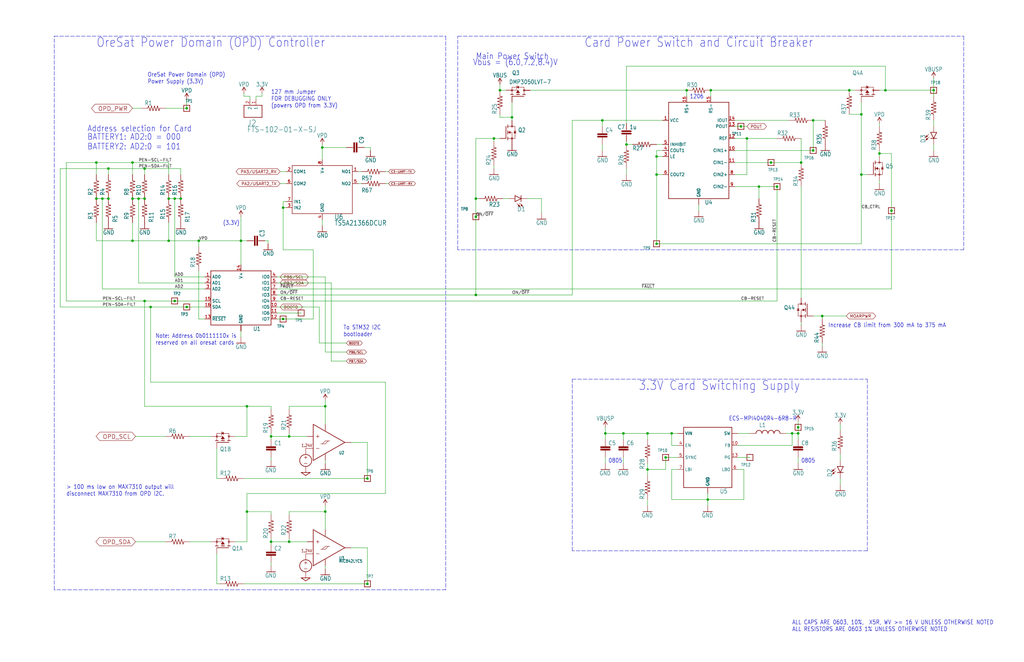
<source format=kicad_sch>
(kicad_sch (version 20211123) (generator eeschema)
  (paper "USLedger")
  (title_block (title "OreSat Battery Card") (rev "1.0"))
  (junction (at 273.05 182.88))
  (junction (at 60.96 127))
  (junction (at 337.82 68.58))
  (junction (at 276.86 73.66))
  (junction (at 45.72 71.12))
  (junction (at 342.9 50.8))
  (junction (at 73.66 83.82))
  (junction (at 373.38 38.1))
  (junction (at 215.9 49.53))
  (junction (at 200.66 83.82))
  (junction (at 40.64 83.82))
  (junction (at 358.14 38.1))
  (junction (at 137.16 215.9))
  (junction (at 314.96 58.42))
  (junction (at 334.01 182.88))
  (junction (at 370.84 64.77))
  (junction (at 280.67 193.04))
  (junction (at 363.22 48.26))
  (junction (at 200.66 124.46))
  (junction (at 76.2 83.82))
  (junction (at 208.28 58.42))
  (junction (at 58.42 83.82))
  (junction (at 119.38 87.63))
  (junction (at 121.92 228.6))
  (junction (at 375.92 88.9))
  (junction (at 55.88 101.6))
  (junction (at 327.66 78.74))
  (junction (at 55.88 83.82))
  (junction (at 254 50.8))
  (junction (at 276.86 102.87))
  (junction (at 78.74 45.72))
  (junction (at 154.94 201.93))
  (junction (at 336.55 180.34))
  (junction (at 200.66 91.44))
  (junction (at 299.72 38.1))
  (junction (at 78.74 129.54))
  (junction (at 114.3 184.15))
  (junction (at 210.82 38.1))
  (junction (at 104.14 215.9))
  (junction (at 135.89 62.23))
  (junction (at 325.12 68.58))
  (junction (at 73.66 127))
  (junction (at 71.12 101.6))
  (junction (at 298.45 210.82))
  (junction (at 71.12 83.82))
  (junction (at 83.82 101.6))
  (junction (at 336.55 182.88))
  (junction (at 346.71 133.35))
  (junction (at 393.7 38.1))
  (junction (at 154.94 246.38))
  (junction (at 276.86 66.04))
  (junction (at 289.56 38.1))
  (junction (at 114.3 228.6))
  (junction (at 137.16 171.45))
  (junction (at 264.16 60.96))
  (junction (at 121.92 184.15))
  (junction (at 43.18 83.82))
  (junction (at 283.21 182.88))
  (junction (at 119.38 134.62))
  (junction (at 45.72 83.82))
  (junction (at 320.04 78.74))
  (junction (at 60.96 83.82))
  (junction (at 312.42 53.34))
  (junction (at 255.27 182.88))
  (junction (at 60.96 71.12))
  (junction (at 55.88 68.58))
  (junction (at 342.9 63.5))
  (junction (at 101.6 101.6))
  (junction (at 40.64 68.58))
  (junction (at 262.89 182.88))
  (junction (at 363.22 73.66))
  (junction (at 104.14 171.45))
  (junction (at 273.05 198.12))
  (junction (at 63.5 129.54))
  (wire (pts (xy 104.14 215.9) (xy 104.14 208.28)))
  (wire (pts (xy 375.92 64.77) (xy 375.92 88.9)))
  (wire (pts (xy 201.93 83.82) (xy 200.66 83.82)))
  (wire (pts (xy 135.89 62.23) (xy 146.05 62.23)))
  (wire (pts (xy 363.22 102.87) (xy 276.86 102.87)))
  (wire (pts (xy 311.15 187.96) (xy 334.01 187.96)))
  (wire (pts (xy 114.3 184.15) (xy 121.92 184.15)))
  (wire (pts (xy 393.7 60.96) (xy 393.7 63.5)))
  (polyline (pts (xy 187.96 248.92) (xy 22.86 248.92)))
  (wire (pts (xy 210.82 35.56) (xy 210.82 38.1)))
  (wire (pts (xy 92.71 201.93) (xy 91.44 201.93)))
  (wire (pts (xy 212.09 83.82) (xy 214.63 83.82)))
  (wire (pts (xy 273.05 198.12) (xy 273.05 195.58)))
  (wire (pts (xy 276.86 66.04) (xy 276.86 73.66)))
  (wire (pts (xy 264.16 52.07) (xy 264.16 27.94)))
  (wire (pts (xy 147.955 186.69) (xy 154.94 186.69)))
  (wire (pts (xy 114.3 171.45) (xy 104.14 171.45)))
  (wire (pts (xy 102.87 201.93) (xy 154.94 201.93)))
  (polyline (pts (xy 187.96 15.24) (xy 187.96 248.92)))
  (wire (pts (xy 135.89 95.25) (xy 135.89 92.71)))
  (wire (pts (xy 200.66 91.44) (xy 200.66 124.46)))
  (wire (pts (xy 264.16 59.69) (xy 264.16 60.96)))
  (wire (pts (xy 104.14 171.45) (xy 60.96 171.45)))
  (wire (pts (xy 309.88 58.42) (xy 314.96 58.42)))
  (wire (pts (xy 76.2 71.12) (xy 76.2 73.66)))
  (wire (pts (xy 342.9 50.8) (xy 347.98 50.8)))
  (wire (pts (xy 121.92 182.88) (xy 121.92 184.15)))
  (wire (pts (xy 43.18 121.92) (xy 43.18 83.82)))
  (wire (pts (xy 222.25 83.82) (xy 228.346 83.82)))
  (wire (pts (xy 69.85 45.72) (xy 78.74 45.72)))
  (wire (pts (xy 60.96 83.82) (xy 58.42 83.82)))
  (wire (pts (xy 279.4 60.96) (xy 276.86 60.96)))
  (wire (pts (xy 154.94 231.14) (xy 154.94 246.38)))
  (polyline (pts (xy 365.76 232.41) (xy 241.3 232.41)))
  (wire (pts (xy 370.84 76.2) (xy 370.84 77.47)))
  (wire (pts (xy 208.28 58.42) (xy 200.66 58.42)))
  (wire (pts (xy 363.22 48.26) (xy 363.22 73.66)))
  (wire (pts (xy 105.41 40.64) (xy 105.41 41.91)))
  (wire (pts (xy 262.89 185.42) (xy 262.89 182.88)))
  (wire (pts (xy 69.85 228.6) (xy 57.15 228.6)))
  (wire (pts (xy 370.84 64.77) (xy 375.92 64.77)))
  (polyline (pts (xy 406.4 15.24) (xy 406.4 105.41)))
  (wire (pts (xy 375.92 88.9) (xy 375.92 121.92)))
  (wire (pts (xy 370.84 64.77) (xy 370.84 66.04)))
  (wire (pts (xy 102.87 39.37) (xy 102.87 40.64)))
  (wire (pts (xy 104.14 208.28) (xy 162.56 208.28)))
  (wire (pts (xy 137.16 116.84) (xy 137.16 148.59)))
  (wire (pts (xy 309.88 73.66) (xy 314.96 73.66)))
  (wire (pts (xy 25.4 129.54) (xy 25.4 71.12)))
  (wire (pts (xy 280.67 198.12) (xy 273.05 198.12)))
  (wire (pts (xy 393.7 50.8) (xy 393.7 53.34)))
  (wire (pts (xy 228.346 83.82) (xy 228.346 89.916)))
  (wire (pts (xy 104.14 228.6) (xy 99.06 228.6)))
  (wire (pts (xy 210.82 38.1) (xy 213.36 38.1)))
  (wire (pts (xy 241.3 50.8) (xy 254 50.8)))
  (wire (pts (xy 283.21 198.12) (xy 285.75 198.12)))
  (wire (pts (xy 325.12 68.58) (xy 337.82 68.58)))
  (wire (pts (xy 137.16 116.84) (xy 116.84 116.84)))
  (wire (pts (xy 91.44 201.93) (xy 91.44 189.23)))
  (wire (pts (xy 137.16 240.03) (xy 137.16 238.76)))
  (wire (pts (xy 40.64 68.58) (xy 55.88 68.58)))
  (wire (pts (xy 254 63.5) (xy 254 60.96)))
  (wire (pts (xy 114.3 238.76) (xy 114.3 237.49)))
  (wire (pts (xy 312.42 53.34) (xy 314.96 53.34)))
  (wire (pts (xy 375.92 121.92) (xy 116.84 121.92)))
  (wire (pts (xy 25.4 71.12) (xy 45.72 71.12)))
  (wire (pts (xy 86.36 134.62) (xy 83.82 134.62)))
  (wire (pts (xy 114.3 228.6) (xy 114.3 227.33)))
  (wire (pts (xy 110.49 40.64) (xy 107.95 40.64)))
  (wire (pts (xy 337.82 137.16) (xy 337.82 135.89)))
  (wire (pts (xy 294.64 88.9) (xy 294.64 86.36)))
  (wire (pts (xy 114.3 185.42) (xy 114.3 184.15)))
  (wire (pts (xy 327.66 127) (xy 327.66 78.74)))
  (polyline (pts (xy 22.86 248.92) (xy 22.86 15.24)))
  (wire (pts (xy 273.05 182.88) (xy 262.89 182.88)))
  (wire (pts (xy 314.96 73.66) (xy 314.96 58.42)))
  (wire (pts (xy 104.14 184.15) (xy 99.06 184.15)))
  (wire (pts (xy 154.94 246.38) (xy 102.87 246.38)))
  (wire (pts (xy 137.16 171.45) (xy 137.16 168.91)))
  (wire (pts (xy 151.13 72.39) (xy 152.4 72.39)))
  (wire (pts (xy 255.27 193.04) (xy 255.27 195.58)))
  (wire (pts (xy 370.84 52.07) (xy 370.84 53.34)))
  (wire (pts (xy 40.64 73.66) (xy 40.64 68.58)))
  (wire (pts (xy 55.88 73.66) (xy 55.88 68.58)))
  (wire (pts (xy 337.82 125.73) (xy 337.82 78.74)))
  (wire (pts (xy 276.86 66.04) (xy 279.4 66.04)))
  (wire (pts (xy 86.36 119.38) (xy 58.42 119.38)))
  (wire (pts (xy 327.66 78.74) (xy 320.04 78.74)))
  (wire (pts (xy 134.62 144.78) (xy 146.05 144.78)))
  (wire (pts (xy 121.92 184.15) (xy 129.54 184.15)))
  (wire (pts (xy 88.9 228.6) (xy 80.01 228.6)))
  (wire (pts (xy 101.6 101.6) (xy 104.14 101.6)))
  (wire (pts (xy 273.05 200.66) (xy 273.05 198.12)))
  (wire (pts (xy 40.64 101.6) (xy 55.88 101.6)))
  (wire (pts (xy 276.86 102.87) (xy 276.86 73.66)))
  (wire (pts (xy 92.71 246.38) (xy 91.44 246.38)))
  (wire (pts (xy 311.15 198.12) (xy 313.69 198.12)))
  (wire (pts (xy 370.84 38.1) (xy 373.38 38.1)))
  (wire (pts (xy 83.82 114.3) (xy 83.82 134.62)))
  (wire (pts (xy 215.9 49.53) (xy 215.9 43.18)))
  (wire (pts (xy 27.94 127) (xy 27.94 68.58)))
  (wire (pts (xy 299.72 40.64) (xy 299.72 38.1)))
  (wire (pts (xy 285.75 182.88) (xy 283.21 182.88)))
  (wire (pts (xy 121.92 228.6) (xy 129.54 228.6)))
  (wire (pts (xy 110.49 39.37) (xy 110.49 40.64)))
  (wire (pts (xy 137.16 195.58) (xy 137.16 194.31)))
  (wire (pts (xy 200.66 124.46) (xy 241.3 124.46)))
  (wire (pts (xy 83.82 104.14) (xy 83.82 101.6)))
  (wire (pts (xy 104.14 215.9) (xy 104.14 228.6)))
  (wire (pts (xy 135.89 62.23) (xy 135.89 67.31)))
  (wire (pts (xy 137.16 148.59) (xy 146.05 148.59)))
  (wire (pts (xy 320.04 78.74) (xy 309.88 78.74)))
  (wire (pts (xy 102.87 40.64) (xy 105.41 40.64)))
  (polyline (pts (xy 406.4 105.41) (xy 193.04 105.41)))
  (wire (pts (xy 134.62 129.54) (xy 134.62 144.78)))
  (wire (pts (xy 137.16 215.9) (xy 121.92 215.9)))
  (wire (pts (xy 373.38 38.1) (xy 393.7 38.1)))
  (wire (pts (xy 121.92 217.17) (xy 121.92 215.9)))
  (wire (pts (xy 153.67 62.23) (xy 156.21 62.23)))
  (wire (pts (xy 334.01 187.96) (xy 334.01 182.88)))
  (wire (pts (xy 162.56 72.39) (xy 163.83 72.39)))
  (wire (pts (xy 113.03 101.6) (xy 113.03 102.87)))
  (wire (pts (xy 114.3 194.31) (xy 114.3 193.04)))
  (wire (pts (xy 60.96 127) (xy 60.96 171.45)))
  (wire (pts (xy 58.42 119.38) (xy 58.42 83.82)))
  (wire (pts (xy 114.3 228.6) (xy 121.92 228.6)))
  (wire (pts (xy 63.5 129.54) (xy 78.74 129.54)))
  (wire (pts (xy 298.45 210.82) (xy 298.45 208.28)))
  (wire (pts (xy 370.84 63.5) (xy 370.84 64.77)))
  (wire (pts (xy 40.64 101.6) (xy 40.64 93.98)))
  (wire (pts (xy 88.9 184.15) (xy 80.01 184.15)))
  (wire (pts (xy 121.92 172.72) (xy 121.92 171.45)))
  (wire (pts (xy 119.38 85.09) (xy 120.65 85.09)))
  (wire (pts (xy 283.21 187.96) (xy 285.75 187.96)))
  (wire (pts (xy 162.56 77.47) (xy 163.83 77.47)))
  (wire (pts (xy 336.55 182.88) (xy 336.55 180.34)))
  (wire (pts (xy 76.2 83.82) (xy 73.66 83.82)))
  (wire (pts (xy 309.88 53.34) (xy 312.42 53.34)))
  (wire (pts (xy 45.72 83.82) (xy 43.18 83.82)))
  (wire (pts (xy 71.12 73.66) (xy 71.12 68.58)))
  (wire (pts (xy 162.56 208.28) (xy 162.56 161.29)))
  (wire (pts (xy 393.7 33.02) (xy 393.7 38.1)))
  (wire (pts (xy 255.27 185.42) (xy 255.27 182.88)))
  (wire (pts (xy 325.12 68.58) (xy 309.88 68.58)))
  (wire (pts (xy 73.66 127) (xy 86.36 127)))
  (wire (pts (xy 116.84 129.54) (xy 134.62 129.54)))
  (wire (pts (xy 114.3 228.6) (xy 114.3 229.87)))
  (wire (pts (xy 114.3 217.17) (xy 114.3 215.9)))
  (wire (pts (xy 334.01 182.88) (xy 336.55 182.88)))
  (wire (pts (xy 60.96 127) (xy 73.66 127)))
  (wire (pts (xy 283.21 182.88) (xy 273.05 182.88)))
  (wire (pts (xy 358.14 48.26) (xy 363.22 48.26)))
  (wire (pts (xy 208.28 58.42) (xy 210.82 58.42)))
  (wire (pts (xy 393.7 38.1) (xy 393.7 40.64)))
  (wire (pts (xy 363.22 73.66) (xy 363.22 102.87)))
  (wire (pts (xy 280.67 193.04) (xy 285.75 193.04)))
  (wire (pts (xy 223.52 38.1) (xy 289.56 38.1)))
  (wire (pts (xy 154.94 186.69) (xy 154.94 201.93)))
  (wire (pts (xy 73.66 116.84) (xy 73.66 83.82)))
  (wire (pts (xy 273.05 185.42) (xy 273.05 182.88)))
  (wire (pts (xy 299.72 38.1) (xy 358.14 38.1)))
  (wire (pts (xy 334.01 182.88) (xy 331.47 182.88)))
  (polyline (pts (xy 241.3 160.02) (xy 365.76 160.02)))
  (wire (pts (xy 119.38 134.62) (xy 132.08 134.62)))
  (wire (pts (xy 311.15 182.88) (xy 316.23 182.88)))
  (wire (pts (xy 346.71 146.05) (xy 346.71 144.78)))
  (wire (pts (xy 280.67 193.04) (xy 280.67 198.12)))
  (polyline (pts (xy 241.3 232.41) (xy 241.3 160.02)))
  (wire (pts (xy 137.16 215.9) (xy 137.16 213.36)))
  (wire (pts (xy 111.76 101.6) (xy 113.03 101.6)))
  (polyline (pts (xy 193.04 105.41) (xy 193.04 15.24)))
  (wire (pts (xy 25.4 129.54) (xy 63.5 129.54)))
  (wire (pts (xy 254 50.8) (xy 279.4 50.8)))
  (wire (pts (xy 63.5 129.54) (xy 63.5 161.29)))
  (wire (pts (xy 119.38 134.62) (xy 116.84 134.62)))
  (wire (pts (xy 365.76 73.66) (xy 363.22 73.66)))
  (wire (pts (xy 104.14 171.45) (xy 104.14 184.15)))
  (wire (pts (xy 162.56 161.29) (xy 63.5 161.29)))
  (wire (pts (xy 276.86 63.5) (xy 276.86 66.04)))
  (wire (pts (xy 200.66 58.42) (xy 200.66 83.82)))
  (wire (pts (xy 336.55 177.8) (xy 336.55 180.34)))
  (wire (pts (xy 200.66 83.82) (xy 200.66 91.44)))
  (wire (pts (xy 78.74 45.72) (xy 78.74 41.91)))
  (wire (pts (xy 346.71 133.35) (xy 342.9 133.35)))
  (wire (pts (xy 59.69 45.72) (xy 55.88 45.72)))
  (wire (pts (xy 139.7 152.4) (xy 146.05 152.4)))
  (wire (pts (xy 276.86 73.66) (xy 279.4 73.66)))
  (wire (pts (xy 139.7 119.38) (xy 139.7 152.4)))
  (wire (pts (xy 336.55 195.58) (xy 336.55 193.04)))
  (wire (pts (xy 311.15 193.04) (xy 316.23 193.04)))
  (wire (pts (xy 45.72 73.66) (xy 45.72 71.12)))
  (wire (pts (xy 119.38 87.63) (xy 119.38 105.41)))
  (wire (pts (xy 60.96 73.66) (xy 60.96 71.12)))
  (polyline (pts (xy 365.76 160.02) (xy 365.76 232.41)))
  (wire (pts (xy 116.84 127) (xy 327.66 127)))
  (wire (pts (xy 116.84 119.38) (xy 139.7 119.38)))
  (wire (pts (xy 210.82 48.26) (xy 210.82 49.53)))
  (wire (pts (xy 354.33 191.77) (xy 354.33 194.31)))
  (wire (pts (xy 283.21 187.96) (xy 283.21 182.88)))
  (wire (pts (xy 114.3 215.9) (xy 104.14 215.9)))
  (polyline (pts (xy 193.04 15.24) (xy 406.4 15.24)))
  (wire (pts (xy 27.94 68.58) (xy 40.64 68.58)))
  (wire (pts (xy 273.05 213.36) (xy 273.05 210.82)))
  (wire (pts (xy 298.45 213.36) (xy 298.45 210.82)))
  (wire (pts (xy 121.92 227.33) (xy 121.92 228.6)))
  (wire (pts (xy 60.96 71.12) (xy 76.2 71.12)))
  (wire (pts (xy 283.21 210.82) (xy 298.45 210.82)))
  (wire (pts (xy 71.12 101.6) (xy 71.12 93.98)))
  (wire (pts (xy 283.21 198.12) (xy 283.21 210.82)))
  (wire (pts (xy 346.71 134.62) (xy 346.71 133.35)))
  (wire (pts (xy 264.16 27.94) (xy 373.38 27.94)))
  (wire (pts (xy 358.14 38.1) (xy 360.68 38.1)))
  (wire (pts (xy 132.08 134.62) (xy 132.08 105.41)))
  (wire (pts (xy 114.3 172.72) (xy 114.3 171.45)))
  (wire (pts (xy 215.9 50.8) (xy 215.9 49.53)))
  (wire (pts (xy 71.12 101.6) (xy 83.82 101.6)))
  (wire (pts (xy 208.28 69.85) (xy 208.28 71.12)))
  (wire (pts (xy 58.42 83.82) (xy 55.88 83.82)))
  (wire (pts (xy 137.16 215.9) (xy 137.16 223.52)))
  (wire (pts (xy 342.9 63.5) (xy 342.9 50.8)))
  (wire (pts (xy 73.66 83.82) (xy 71.12 83.82)))
  (wire (pts (xy 119.38 87.63) (xy 119.38 85.09)))
  (wire (pts (xy 363.22 48.26) (xy 363.22 43.18)))
  (polyline (pts (xy 22.86 15.24) (xy 187.96 15.24)))
  (wire (pts (xy 279.4 63.5) (xy 276.86 63.5)))
  (wire (pts (xy 69.85 184.15) (xy 57.15 184.15)))
  (wire (pts (xy 320.04 83.82) (xy 320.04 78.74)))
  (wire (pts (xy 114.3 184.15) (xy 114.3 182.88)))
  (wire (pts (xy 45.72 71.12) (xy 60.96 71.12)))
  (wire (pts (xy 337.82 68.58) (xy 337.82 58.42)))
  (wire (pts (xy 255.27 182.88) (xy 255.27 180.34)))
  (wire (pts (xy 86.36 121.92) (xy 43.18 121.92)))
  (wire (pts (xy 241.3 124.46) (xy 241.3 50.8)))
  (wire (pts (xy 255.27 182.88) (xy 262.89 182.88)))
  (wire (pts (xy 132.08 105.41) (xy 119.38 105.41)))
  (wire (pts (xy 120.65 72.39) (xy 118.11 72.39)))
  (wire (pts (xy 116.84 124.46) (xy 200.66 124.46)))
  (wire (pts (xy 101.6 142.24) (xy 101.6 139.7)))
  (wire (pts (xy 354.33 179.07) (xy 354.33 181.61)))
  (wire (pts (xy 314.96 58.42) (xy 327.66 58.42)))
  (wire (pts (xy 27.94 127) (xy 60.96 127)))
  (wire (pts (xy 55.88 101.6) (xy 71.12 101.6)))
  (wire (pts (xy 313.69 210.82) (xy 298.45 210.82)))
  (wire (pts (xy 101.6 111.76) (xy 101.6 101.6)))
  (wire (pts (xy 55.88 101.6) (xy 55.88 93.98)))
  (wire (pts (xy 91.44 233.68) (xy 91.44 246.38)))
  (wire (pts (xy 313.69 198.12) (xy 313.69 210.82)))
  (wire (pts (xy 151.13 77.47) (xy 152.4 77.47)))
  (wire (pts (xy 262.89 195.58) (xy 262.89 193.04)))
  (wire (pts (xy 135.89 60.96) (xy 135.89 62.23)))
  (wire (pts (xy 354.33 201.93) (xy 354.33 204.47)))
  (wire (pts (xy 208.28 59.69) (xy 208.28 58.42)))
  (wire (pts (xy 137.16 179.07) (xy 137.16 171.45)))
  (wire (pts (xy 254 53.34) (xy 254 50.8)))
  (wire (pts (xy 137.16 171.45) (xy 121.92 171.45)))
  (wire (pts (xy 309.88 50.8) (xy 332.74 50.8)))
  (wire (pts (xy 264.16 60.96) (xy 266.7 60.96)))
  (wire (pts (xy 55.88 68.58) (xy 71.12 68.58)))
  (wire (pts (xy 309.88 63.5) (xy 342.9 63.5)))
  (wire (pts (xy 264.16 73.66) (xy 264.16 71.12)))
  (wire (pts (xy 346.71 133.35) (xy 356.87 133.35)))
  (wire (pts (xy 289.56 38.1) (xy 289.56 40.64)))
  (wire (pts (xy 86.36 116.84) (xy 73.66 116.84)))
  (wire (pts (xy 373.38 27.94) (xy 373.38 38.1)))
  (wire (pts (xy 210.82 49.53) (xy 215.9 49.53)))
  (wire (pts (xy 336.55 185.42) (xy 336.55 182.88)))
  (wire (pts (xy 43.18 83.82) (xy 40.64 83.82)))
  (wire (pts (xy 120.65 77.47) (xy 118.11 77.47)))
  (wire (pts (xy 120.65 87.63) (xy 119.38 87.63)))
  (wire (pts (xy 86.36 129.54) (xy 78.74 129.54)))
  (wire (pts (xy 101.6 101.6) (xy 101.6 91.44)))
  (wire (pts (xy 83.82 101.6) (xy 101.6 101.6)))
  (wire (pts (xy 156.21 62.23) (xy 156.21 63.5)))
  (wire (pts (xy 107.95 40.64) (xy 107.95 41.91)))
  (wire (pts (xy 116.84 132.08) (xy 127 132.08)))
  (wire (pts (xy 147.955 231.14) (xy 154.94 231.14)))
  (text "Address selection for Card" (at 36.83 55.88 180) (effects (font (size 2.54 2.159)) (justify left bottom)))
  (text "127 mm Jumper\nFOR DEBUGGING ONLY\n(powers OPD from 3.3V)" (at 114.3 45.72 0) (effects (font (size 1.778 1.5113)) (justify left bottom)))
  (text "0805" (at 256.54 195.58 180) (effects (font (size 1.778 1.5113)) (justify left bottom)))
  (text "(3.3V)" (at 93.98 95.25 180) (effects (font (size 1.778 1.5113)) (justify left bottom)))
  (text "BATTERY1: AD2:0 = 000\nBATTERY2: AD2:0 = 101" (at 36.83 63.5 180) (effects (font (size 2.54 2.159)) (justify left bottom)))
  (text "Main Power Switch" (at 200.66 25.4 180) (effects (font (size 2.54 2.159)) (justify left bottom)))
  (text "0805" (at 337.82 195.58 180) (effects (font (size 1.778 1.5113)) (justify left bottom)))
  (text "1206" (at 290.83 41.91 180) (effects (font (size 1.778 1.5113)) (justify left bottom)))
  (text "ALL CAPS ARE 0603, 10%,  X5R, WV >= 16 V UNLESS OTHERWISE NOTED\nALL RESISTORS ARE 0603 1% UNLESS OTHERWISE NOTED" (at 334.01 266.7 0) (effects (font (size 1.778 1.5113)) (justify left bottom)))
  (text "Note: Address 0b0111110x is\nreserved on all oresat cards" (at 65.532 145.796 0) (effects (font (size 1.778 1.5113)) (justify left bottom)))
  (text "OreSat Power Domain (OPD) Controller" (at 40.64 20.32 180) (effects (font (size 3.81 3.2385)) (justify left bottom)))
  (text "Card Power Switch and Circuit Breaker" (at 246.38 20.32 180) (effects (font (size 3.81 3.2385)) (justify left bottom)))
  (text "3.3V Card Switching Supply" (at 269.24 165.1 180) (effects (font (size 3.81 3.2385)) (justify left bottom)))
  (text "Increase CB limit from 300 mA to 375 mA" (at 349.25 138.43 180) (effects (font (size 1.778 1.5113)) (justify left bottom)))
  (text "OreSat Power Domain (OPD)\nPower Supply (3.3V)" (at 62.23 35.56 180) (effects (font (size 1.778 1.5113)) (justify left bottom)))
  (text "ECS-MPI4040R4-6R8-R" (at 307.34 177.8 180) (effects (font (size 1.778 1.5113)) (justify left bottom)))
  (text "Vbus = (6.0,7.2,8.4)V" (at 199.39 27.94 180) (effects (font (size 2.54 2.159)) (justify left bottom)))
  (text "To STM32 I2C\nbootloader" (at 144.78 142.24 180) (effects (font (size 1.778 1.5113)) (justify left bottom)))
  (text "> 100 ms low on MAX7310 output will\ndisconnect MAX7310 from OPD I2C." (at 27.94 209.55 0) (effects (font (size 1.778 1.5113)) (justify left bottom)))
  (label "PEN-SDA-FILT" (at 58.42 71.12 0) (effects (font (size 1.2446 1.2446))))
  (label "ON/~{OFF}" (at 118.11 124.46 0) (effects (font (size 1.2446 1.2446))))
  (label "CB-RESET" (at 312.42 127 0) (effects (font (size 1.2446 1.2446))))
  (label "~{FAULT}" (at 118.11 121.92 0) (effects (font (size 1.2446 1.2446))))
  (label "CB_CTRL" (at 363.22 88.265 0) (effects (font (size 1.2446 1.2446))))
  (label "PEN-SCL-FILT" (at 43.18 127 0) (effects (font (size 1.2446 1.2446))))
  (label "CB-RESET" (at 118.11 127 0) (effects (font (size 1.2446 1.2446))))
  (label "CB-RESET" (at 327.66 102.235 90) (effects (font (size 1.2446 1.2446))))
  (label "PEN-SDA-FILT" (at 43.18 129.54 0) (effects (font (size 1.2446 1.2446))))
  (label "AD0" (at 73.66 116.84 0) (effects (font (size 1.2446 1.2446))))
  (label "PEN-SCL-FILT" (at 58.42 68.58 0) (effects (font (size 1.2446 1.2446))))
  (label "~{FAULT}" (at 270.51 121.92 0) (effects (font (size 1.2446 1.2446))))
  (label "AD1" (at 73.66 119.38 0) (effects (font (size 1.2446 1.2446))))
  (label "VPD" (at 83.82 101.6 0) (effects (font (size 1.2446 1.2446))))
  (label "ON/~{OFF}" (at 200.66 91.44 0) (effects (font (size 1.2446 1.2446))))
  (label "AD2" (at 73.66 121.92 0) (effects (font (size 1.2446 1.2446))))
  (label "ON/~{OFF}" (at 215.9 124.46 0) (effects (font (size 1.2446 1.2446))))
  (global_label "OPD_SDA" (shape bidirectional) (at 57.15 228.6 180) (effects (font (size 1.778 1.778))) (property "Intersheet References" "${INTERSHEET_REFS}" (effects hide)))
  (global_label "C3-UART-TX" (shape bidirectional) (at 163.83 72.39 0) (effects (font (size 0.889 0.889))) (property "Intersheet References" "${INTERSHEET_REFS}" (effects hide)))
  (global_label "BOOT0" (shape bidirectional) (at 146.05 144.78 0) (effects (font (size 0.889 0.889))) (property "Intersheet References" "${INTERSHEET_REFS}" (effects hide)))
  (global_label "PB6/SCL" (shape bidirectional) (at 146.05 148.59 0) (effects (font (size 0.889 0.889))) (property "Intersheet References" "${INTERSHEET_REFS}" (effects hide)))
  (global_label "OPD_PWR" (shape bidirectional) (at 55.88 45.72 180) (effects (font (size 1.778 1.778))) (property "Intersheet References" "${INTERSHEET_REFS}" (effects hide)))
  (global_label "PB6/SCL" (shape bidirectional) (at 118.11 116.84 0) (effects (font (size 1.2446 1.2446))) (property "Intersheet References" "${INTERSHEET_REFS}" (effects hide)))
  (global_label "PA3/USART2_RX" (shape bidirectional) (at 118.11 72.39 180) (effects (font (size 1.2446 1.2446))) (property "Intersheet References" "${INTERSHEET_REFS}" (effects hide)))
  (global_label "BOOT0" (shape bidirectional) (at 118.11 129.54 0) (effects (font (size 1.2446 1.2446))) (property "Intersheet References" "${INTERSHEET_REFS}" (effects hide)))
  (global_label "OPD_SCL" (shape bidirectional) (at 57.15 184.15 180) (effects (font (size 1.778 1.778))) (property "Intersheet References" "${INTERSHEET_REFS}" (effects hide)))
  (global_label "PB7/SDA" (shape bidirectional) (at 118.11 119.38 0) (effects (font (size 1.2446 1.2446))) (property "Intersheet References" "${INTERSHEET_REFS}" (effects hide)))
  (global_label "PA2/USART2_TX" (shape bidirectional) (at 118.11 77.47 180) (effects (font (size 1.2446 1.2446))) (property "Intersheet References" "${INTERSHEET_REFS}" (effects hide)))
  (global_label "MOARPWR" (shape bidirectional) (at 356.87 133.35 0) (effects (font (size 1.2446 1.2446))) (property "Intersheet References" "${INTERSHEET_REFS}" (effects hide)))
  (global_label "C3-UART-RX" (shape bidirectional) (at 163.83 77.47 0) (effects (font (size 0.889 0.889))) (property "Intersheet References" "${INTERSHEET_REFS}" (effects hide)))
  (global_label "POUT" (shape bidirectional) (at 314.96 53.34 0) (effects (font (size 1.2446 1.2446))) (property "Intersheet References" "${INTERSHEET_REFS}" (effects hide)))
  (global_label "PB7/SDA" (shape bidirectional) (at 146.05 152.4 0) (effects (font (size 0.889 0.889))) (property "Intersheet References" "${INTERSHEET_REFS}" (effects hide)))
  (symbol (lib_id "oresat-batteries-eagle-import:C-EU0603-C-NOSILK") (at 151.13 62.23 270) (mirror x) (unit 1)
    (property "Reference" "C9" (at 151.511 60.706 0) (effects (font (size 1.778 1.5113)) (justify left bottom)))
    (property "Value" "100n" (at 146.431 60.706 0) (effects (font (size 1.778 1.5113)) (justify left bottom)))
    (property "Footprint" "oresat-footprints:0603-SMALL" (effects hide))
  )
  (symbol (lib_id "oresat-batteries-eagle-import:C-EU0603-C-NOSILK") (at 264.16 57.15 0) (mirror x) (unit 1)
    (property "Reference" "C7" (at 260.35 54.61 0) (effects (font (size 1.778 1.5113)) (justify left top)))
    (property "Value" "1u" (at 265.43 54.61 0) (effects (font (size 1.778 1.5113)) (justify left top)))
    (property "Footprint" "oresat-footprints:0603-SMALL" (effects hide))
  )
  (symbol (lib_id "OreSat-q-mosfet-DMP3050LVT-7-pch-sot23-6:MOSFET-PCH-SOT23-6") (at 365.76 40.64 90) (unit 1)
    (property "Reference" "Q4" (at 359.41 31.75 90) (effects (font (size 1.778 1.5113)) (justify right top)))
    (property "Value" "DMP3050LVT-7" (at 359.41 34.29 90) (effects (font (size 1.778 1.5113)) (justify right top)))
    (property "Footprint" "oresat-footprints:SOT23-6" (effects hide))
  )
  (symbol (lib_id "oresat-batteries-eagle-import:R-US_0603-C-NOSILK") (at 71.12 78.74 270) (unit 1)
    (property "Reference" "R14" (at 69.6214 82.55 0) (effects (font (size 1.778 1.5113)) (justify right top)))
    (property "Value" "NP" (at 69.342 77.47 0) (effects (font (size 1.778 1.5113)) (justify right top)))
    (property "Footprint" "oresat-footprints:0603-SMALL" (effects hide))
  )
  (symbol (lib_id "oresat-batteries-eagle-import:TEST-POINT-LARGE-SQUARE") (at 280.67 193.04 0) (unit 1)
    (property "Reference" "TP10" (at 277.368 190.754 0) (effects (font (size 1.27 1.0795)) (justify left bottom)))
    (property "Value" "TEST-POINT-LARGE-SQUARE" (effects hide))
    (property "Footprint" "oresat-footprints:TestPoint_Pad_1.0x1.0mm" (effects hide))
  )
  (symbol (lib_id "oresat-batteries-eagle-import:C-EU0603-C-NOSILK") (at 262.89 187.96 0) (unit 1)
    (property "Reference" "C6" (at 264.16 187.96 0) (effects (font (size 1.778 1.5113)) (justify left bottom)))
    (property "Value" "1u" (at 264.16 193.04 0) (effects (font (size 1.778 1.5113)) (justify left bottom)))
    (property "Footprint" "oresat-footprints:0603-SMALL" (effects hide))
  )
  (symbol (lib_id "oresat-batteries-eagle-import:GND") (at 298.45 215.9 0) (unit 1)
    (property "Reference" "#GND022" (effects hide))
    (property "Value" "GND" (at 295.91 218.44 0) (effects (font (size 1.778 1.5113)) (justify left bottom)))
    (property "Footprint" "oresat-batteries:" (effects hide))
  )
  (symbol (lib_id "oresat-batteries-eagle-import:TEST-POINT-LARGE-SQUARE") (at 327.66 78.74 180) (unit 1)
    (property "Reference" "TP14" (at 330.2 74.93 0) (effects (font (size 1.27 1.0795)) (justify left bottom)))
    (property "Value" "TEST-POINT-LARGE-SQUARE" (effects hide))
    (property "Footprint" "oresat-footprints:TestPoint_Pad_1.0x1.0mm" (effects hide))
  )
  (symbol (lib_id "oresat-batteries-eagle-import:VPD") (at 135.89 60.96 0) (unit 1)
    (property "Reference" "#VPD07" (effects hide))
    (property "Value" "VPD" (at 135.89 58.166 0) (effects (font (size 1.778 1.5113)) (justify bottom)))
    (property "Footprint" "oresat-batteries:" (effects hide))
  )
  (symbol (lib_id "oresat-batteries-eagle-import:GND") (at 76.2 96.52 0) (mirror y) (unit 1)
    (property "Reference" "#GND06" (effects hide))
    (property "Value" "GND" (at 78.74 99.06 0) (effects (font (size 1.778 1.5113)) (justify left bottom)))
    (property "Footprint" "oresat-batteries:" (effects hide))
  )
  (symbol (lib_id "oresat-batteries-eagle-import:C-EU0805-B-NOSILK") (at 255.27 187.96 0) (unit 1)
    (property "Reference" "C5" (at 256.54 187.96 0) (effects (font (size 1.778 1.5113)) (justify left bottom)))
    (property "Value" "10u" (at 256.54 193.04 0) (effects (font (size 1.778 1.5113)) (justify left bottom)))
    (property "Footprint" "Capacitor_SMD:C_0805_2012Metric" (effects hide))
  )
  (symbol (lib_id "oresat-batteries-eagle-import:TEST-POINT-LARGE-SQUARE") (at 276.86 102.87 0) (mirror y) (unit 1)
    (property "Reference" "TP9" (at 274.32 105.41 0) (effects (font (size 1.27 1.0795)) (justify left bottom)))
    (property "Value" "TEST-POINT-LARGE-SQUARE" (effects hide))
    (property "Footprint" "oresat-footprints:TestPoint_Pad_1.0x1.0mm" (effects hide))
  )
  (symbol (lib_id "oresat-batteries-eagle-import:GND") (at 393.7 66.04 0) (mirror y) (unit 1)
    (property "Reference" "#GND029" (effects hide))
    (property "Value" "GND" (at 396.24 68.58 0) (effects (font (size 1.778 1.5113)) (justify left bottom)))
    (property "Footprint" "oresat-batteries:" (effects hide))
  )
  (symbol (lib_id "oresat-batteries-eagle-import:R-US_0603-C-NOSILK") (at 337.82 50.8 180) (unit 1)
    (property "Reference" "R33" (at 332.74 49.53 0) (effects (font (size 1.778 1.5113)) (justify right top)))
    (property "Value" "0" (at 339.09 49.53 0) (effects (font (size 1.778 1.5113)) (justify right top)))
    (property "Footprint" "oresat-footprints:0603-SMALL" (effects hide))
  )
  (symbol (lib_id "oresat-batteries-eagle-import:LED-GREEN0603") (at 217.17 83.82 90) (unit 1)
    (property "Reference" "D1" (at 221.742 87.249 90) (effects (font (size 1.778 1.778)) (justify left bottom)))
    (property "Value" "GREEN" (at 221.742 81.915 90) (effects (font (size 1.778 1.778)) (justify left top)))
    (property "Footprint" "oresat-footprints:LED-0603" (effects hide))
  )
  (symbol (lib_id "oresat-batteries-eagle-import:R-US_0603-C-NOSILK") (at 114.3 222.25 90) (unit 1)
    (property "Reference" "R20" (at 113.03 227.33 0) (effects (font (size 1.778 1.5113)) (justify left bottom)))
    (property "Value" "330k" (at 113.03 220.98 0) (effects (font (size 1.778 1.5113)) (justify left bottom)))
    (property "Footprint" "oresat-footprints:0603-SMALL" (effects hide))
  )
  (symbol (lib_id "oresat-batteries-eagle-import:VBUSP") (at 393.7 33.02 0) (unit 1)
    (property "Reference" "#VBUSP02" (effects hide))
    (property "Value" "VBUSP" (at 393.7 30.226 0) (effects (font (size 1.778 1.5113)) (justify bottom)))
    (property "Footprint" "oresat-batteries:" (effects hide))
  )
  (symbol (lib_id "oresat-batteries-eagle-import:R-US_0603-C-NOSILK") (at 393.7 45.72 90) (unit 1)
    (property "Reference" "R39" (at 392.43 50.8 0) (effects (font (size 1.778 1.5113)) (justify left bottom)))
    (property "Value" "2.7k" (at 392.43 45.72 0) (effects (font (size 1.778 1.5113)) (justify left bottom)))
    (property "Footprint" "oresat-footprints:0603-SMALL" (effects hide))
  )
  (symbol (lib_id "oresat-batteries-eagle-import:R-US_0603-C-NOSILK") (at 210.82 43.18 90) (unit 1)
    (property "Reference" "R25" (at 209.55 48.26 0) (effects (font (size 1.778 1.5113)) (justify left bottom)))
    (property "Value" "10k" (at 209.55 41.91 0) (effects (font (size 1.778 1.5113)) (justify left bottom)))
    (property "Footprint" "oresat-footprints:0603-SMALL" (effects hide))
  )
  (symbol (lib_id "oresat-batteries-eagle-import:N-MOSFET-SOT-23-3") (at 368.3 71.12 0) (unit 1)
    (property "Reference" "Q5" (at 373.38 71.12 0) (effects (font (size 1.778 1.5113)) (justify left bottom)))
    (property "Value" "PMV45EN" (at 373.38 73.66 0) (effects (font (size 1.778 1.5113)) (justify left bottom)))
    (property "Footprint" "oresat-batteries:SOT23-3" (effects hide))
  )
  (symbol (lib_id "oresat-batteries-eagle-import:R-US_0603-C-NOSILK") (at 71.12 88.9 270) (unit 1)
    (property "Reference" "R15" (at 69.6214 92.71 0) (effects (font (size 1.778 1.5113)) (justify right top)))
    (property "Value" "NP" (at 69.342 87.63 0) (effects (font (size 1.778 1.5113)) (justify right top)))
    (property "Footprint" "oresat-footprints:0603-SMALL" (effects hide))
  )
  (symbol (lib_id "oresat-batteries-eagle-import:R-US_0603-C-NOSILK") (at 55.88 88.9 270) (unit 1)
    (property "Reference" "R9" (at 54.3814 92.71 0) (effects (font (size 1.778 1.5113)) (justify right top)))
    (property "Value" "NP" (at 54.102 87.63 0) (effects (font (size 1.778 1.5113)) (justify right top)))
    (property "Footprint" "oresat-footprints:0603-SMALL" (effects hide))
  )
  (symbol (lib_id "oresat-batteries-eagle-import:LED-GREEN0603") (at 354.33 196.85 0) (unit 1)
    (property "Reference" "D2" (at 350.901 201.422 90) (effects (font (size 1.778 1.778)) (justify left bottom)))
    (property "Value" "GREEN" (at 356.235 201.422 90) (effects (font (size 1.778 1.778)) (justify left top)))
    (property "Footprint" "oresat-footprints:LED-0603" (effects hide))
  )
  (symbol (lib_id "oresat-batteries-eagle-import:TEST-POINT-LARGE-SQUARE") (at 154.94 246.38 180) (unit 1)
    (property "Reference" "TP7" (at 157.48 242.57 0) (effects (font (size 1.27 1.0795)) (justify left bottom)))
    (property "Value" "TEST-POINT-LARGE-SQUARE" (effects hide))
    (property "Footprint" "oresat-footprints:TestPoint_Pad_1.0x1.0mm" (effects hide))
  )
  (symbol (lib_id "oresat-batteries-eagle-import:R-US_0603-C-NOSILK") (at 74.93 184.15 0) (unit 1)
    (property "Reference" "R6" (at 71.12 182.88 0) (effects (font (size 1.778 1.5113)) (justify left bottom)))
    (property "Value" "100" (at 77.47 182.88 0) (effects (font (size 1.778 1.5113)) (justify left bottom)))
    (property "Footprint" "oresat-footprints:0603-SMALL" (effects hide))
  )
  (symbol (lib_id "oresat-batteries-eagle-import:GND") (at 294.64 91.44 0) (mirror y) (unit 1)
    (property "Reference" "#GND021" (effects hide))
    (property "Value" "GND" (at 297.18 93.98 0) (effects (font (size 1.778 1.5113)) (justify left bottom)))
    (property "Footprint" "oresat-batteries:" (effects hide))
  )
  (symbol (lib_id "oresat-batteries-eagle-import:TPS6211X") (at 298.45 190.5 0) (unit 1)
    (property "Reference" "U5" (at 303.53 208.28 0) (effects (font (size 1.778 1.5113)) (justify left bottom)))
    (property "Value" "TPS62111RSA" (at 303.53 210.82 0) (effects (font (size 1.778 1.5113)) (justify left bottom)))
    (property "Footprint" "oresat-footprints:U-S-PVQFN-16" (effects hide))
  )
  (symbol (lib_id "oresat-batteries-eagle-import:3.3V") (at 354.33 179.07 0) (unit 1)
    (property "Reference" "#SUPPLY02" (effects hide))
    (property "Value" "3.3V" (at 354.33 176.276 0) (effects (font (size 1.778 1.5113)) (justify bottom)))
    (property "Footprint" "oresat-batteries:" (effects hide))
  )
  (symbol (lib_id "oresat-batteries-eagle-import:TEST-POINT-LARGE-SQUARE") (at 342.9 63.5 0) (unit 1)
    (property "Reference" "TP16" (at 339.09 67.31 0) (effects (font (size 1.27 1.0795)) (justify left bottom)))
    (property "Value" "TEST-POINT-LARGE-SQUARE" (effects hide))
    (property "Footprint" "oresat-footprints:TestPoint_Pad_1.0x1.0mm" (effects hide))
  )
  (symbol (lib_id "oresat-batteries-eagle-import:R-US_0603-C-NOSILK") (at 97.79 201.93 180) (unit 1)
    (property "Reference" "R12" (at 92.71 200.66 0) (effects (font (size 1.778 1.5113)) (justify right top)))
    (property "Value" "665k" (at 99.06 200.66 0) (effects (font (size 1.778 1.5113)) (justify right top)))
    (property "Footprint" "oresat-footprints:0603-SMALL" (effects hide))
  )
  (symbol (lib_id "oresat-batteries-eagle-import:TEST-POINT-LARGE-SQUARE") (at 154.94 201.93 180) (unit 1)
    (property "Reference" "TP6" (at 157.48 198.12 0) (effects (font (size 1.27 1.0795)) (justify left bottom)))
    (property "Value" "TEST-POINT-LARGE-SQUARE" (effects hide))
    (property "Footprint" "oresat-footprints:TestPoint_Pad_1.0x1.0mm" (effects hide))
  )
  (symbol (lib_id "oresat-batteries-eagle-import:TEST-POINT-LARGE-SQUARE") (at 119.38 134.62 0) (unit 1)
    (property "Reference" "TP4" (at 116.84 138.43 0) (effects (font (size 1.27 1.0795)) (justify left bottom)))
    (property "Value" "TEST-POINT-LARGE-SQUARE" (effects hide))
    (property "Footprint" "oresat-footprints:TestPoint_Pad_1.0x1.0mm" (effects hide))
  )
  (symbol (lib_id "oresat-batteries-eagle-import:R-US_0603-C-NOSILK") (at 83.82 109.22 90) (unit 1)
    (property "Reference" "R18" (at 82.3214 113.03 0) (effects (font (size 1.778 1.5113)) (justify left bottom)))
    (property "Value" "10k" (at 82.042 106.68 0) (effects (font (size 1.778 1.5113)) (justify left bottom)))
    (property "Footprint" "oresat-footprints:0603-SMALL" (effects hide))
  )
  (symbol (lib_id "oresat-batteries-eagle-import:LED-GREEN0603") (at 393.7 55.88 0) (unit 1)
    (property "Reference" "D3" (at 390.271 60.452 90) (effects (font (size 1.778 1.778)) (justify left bottom)))
    (property "Value" "GREEN" (at 395.605 60.452 90) (effects (font (size 1.778 1.778)) (justify left top)))
    (property "Footprint" "oresat-footprints:LED-0603" (effects hide))
  )
  (symbol (lib_id "oresat-batteries-eagle-import:3.3V") (at 110.49 39.37 0) (unit 1)
    (property "Reference" "#SUPPLY04" (effects hide))
    (property "Value" "3.3V" (at 110.49 36.576 0) (effects (font (size 1.778 1.5113)) (justify bottom)))
    (property "Footprint" "oresat-batteries:" (effects hide))
  )
  (symbol (lib_id "oresat-batteries-eagle-import:TS5A21366DCUR") (at 135.89 80.01 0) (unit 1)
    (property "Reference" "U6" (at 140.97 92.71 0) (effects (font (size 2.0828 1.7703)) (justify left bottom)))
    (property "Value" "TS5A21366DCUR" (at 140.97 95.25 0) (effects (font (size 2.0828 1.7703)) (justify left bottom)))
    (property "Footprint" "oresat-batteries:DCU0008A_N" (effects hide))
  )
  (symbol (lib_id "oresat-batteries-eagle-import:MAX4211") (at 294.64 60.96 0) (unit 1)
    (property "Reference" "U4" (at 297.18 86.36 0) (effects (font (size 1.778 1.5113)) (justify left bottom)))
    (property "Value" "MAX4211FETE" (at 297.18 88.9 0) (effects (font (size 1.778 1.5113)) (justify left bottom)))
    (property "Footprint" "oresat-batteries:QFN65P400X400X80-17T210" (effects hide))
  )
  (symbol (lib_id "oresat-batteries-eagle-import:R-US_0603-C-NOSILK") (at 157.48 72.39 0) (unit 1)
    (property "Reference" "R57" (at 152.4 76.2 0) (effects (font (size 1.778 1.5113)) (justify left bottom)))
    (property "Value" "10k" (at 158.75 76.2 0) (effects (font (size 1.778 1.5113)) (justify left bottom)))
    (property "Footprint" "oresat-footprints:0603-SMALL" (effects hide))
  )
  (symbol (lib_id "oresat-batteries-eagle-import:R-US_0603-C-NOSILK") (at 76.2 78.74 90) (unit 1)
    (property "Reference" "R16" (at 74.7014 82.55 0) (effects (font (size 1.778 1.5113)) (justify left bottom)))
    (property "Value" "NP" (at 74.422 77.47 0) (effects (font (size 1.778 1.5113)) (justify left bottom)))
    (property "Footprint" "oresat-footprints:0603-SMALL" (effects hide))
  )
  (symbol (lib_id "oresat-batteries-eagle-import:MIC842LYC5") (at 137.16 186.69 0) (unit 1)
    (property "Reference" "U2" (at 142.875 191.77 0) (effects (font (size 1.27 1.0795)) (justify left bottom)))
    (property "Value" "MIC842LYC5" (at 142.875 193.04 0) (effects (font (size 1.27 1.0795)) (justify left bottom)))
    (property "Footprint" "oresat-batteries:SC70-5" (effects hide))
  )
  (symbol (lib_id "oresat-batteries-eagle-import:VBUSP") (at 255.27 180.34 0) (unit 1)
    (property "Reference" "#VBUSP01" (effects hide))
    (property "Value" "VBUSP" (at 255.27 177.546 0) (effects (font (size 1.778 1.5113)) (justify bottom)))
    (property "Footprint" "oresat-batteries:" (effects hide))
  )
  (symbol (lib_id "oresat-batteries-eagle-import:TEST-POINT-LARGE-SQUARE") (at 325.12 68.58 0) (unit 1)
    (property "Reference" "TP13" (at 323.85 72.39 0) (effects (font (size 1.27 1.0795)) (justify left bottom)))
    (property "Value" "TEST-POINT-LARGE-SQUARE" (effects hide))
    (property "Footprint" "oresat-footprints:TestPoint_Pad_1.0x1.0mm" (effects hide))
  )
  (symbol (lib_id "oresat-batteries-eagle-import:GND") (at 255.27 198.12 0) (unit 1)
    (property "Reference" "#GND017" (effects hide))
    (property "Value" "GND" (at 252.73 200.66 0) (effects (font (size 1.778 1.5113)) (justify left bottom)))
    (property "Footprint" "oresat-batteries:" (effects hide))
  )
  (symbol (lib_id "oresat-batteries-eagle-import:GND") (at 137.16 242.57 0) (mirror y) (unit 1)
    (property "Reference" "#GND011" (effects hide))
    (property "Value" "GND" (at 139.7 245.11 0) (effects (font (size 1.778 1.5113)) (justify left bottom)))
    (property "Footprint" "oresat-batteries:" (effects hide))
  )
  (symbol (lib_id "oresat-batteries-eagle-import:GND") (at 320.04 96.52 0) (mirror y) (unit 1)
    (property "Reference" "#GND023" (effects hide))
    (property "Value" "GND" (at 322.58 99.06 0) (effects (font (size 1.778 1.5113)) (justify left bottom)))
    (property "Footprint" "oresat-batteries:" (effects hide))
  )
  (symbol (lib_id "oresat-batteries-eagle-import:R-US_0603-C-NOSILK") (at 358.14 43.18 90) (unit 1)
    (property "Reference" "R37" (at 356.87 48.26 0) (effects (font (size 1.778 1.5113)) (justify left bottom)))
    (property "Value" "10k" (at 356.87 41.91 0) (effects (font (size 1.778 1.5113)) (justify left bottom)))
    (property "Footprint" "oresat-footprints:0603-SMALL" (effects hide))
  )
  (symbol (lib_id "oresat-batteries-eagle-import:R-US_0603-C-NOSILK") (at 114.3 177.8 90) (unit 1)
    (property "Reference" "R19" (at 113.03 182.88 0) (effects (font (size 1.778 1.5113)) (justify left bottom)))
    (property "Value" "330k" (at 113.03 176.53 0) (effects (font (size 1.778 1.5113)) (justify left bottom)))
    (property "Footprint" "oresat-footprints:0603-SMALL" (effects hide))
  )
  (symbol (lib_id "oresat-batteries-eagle-import:C-EU0603-C-NOSILK") (at 114.3 232.41 0) (unit 1)
    (property "Reference" "C2" (at 115.57 232.41 0) (effects (font (size 1.778 1.5113)) (justify left bottom)))
    (property "Value" "1u" (at 115.57 237.49 0) (effects (font (size 1.778 1.5113)) (justify left bottom)))
    (property "Footprint" "oresat-footprints:0603-SMALL" (effects hide))
  )
  (symbol (lib_id "oresat-batteries-eagle-import:R-US_0603-C-NOSILK") (at 74.93 228.6 0) (unit 1)
    (property "Reference" "R7" (at 71.12 227.33 0) (effects (font (size 1.778 1.5113)) (justify left bottom)))
    (property "Value" "100" (at 77.47 227.33 0) (effects (font (size 1.778 1.5113)) (justify left bottom)))
    (property "Footprint" "oresat-footprints:0603-SMALL" (effects hide))
  )
  (symbol (lib_id "oresat-batteries-eagle-import:VPD") (at 370.84 52.07 0) (unit 1)
    (property "Reference" "#VPD05" (effects hide))
    (property "Value" "VPD" (at 370.84 49.276 0) (effects (font (size 1.778 1.5113)) (justify bottom)))
    (property "Footprint" "oresat-batteries:" (effects hide))
  )
  (symbol (lib_id "oresat-batteries-eagle-import:GND") (at 101.6 144.78 0) (mirror y) (unit 1)
    (property "Reference" "#GND09" (effects hide))
    (property "Value" "GND" (at 104.14 147.32 0) (effects (font (size 1.778 1.5113)) (justify left bottom)))
    (property "Footprint" "oresat-batteries:" (effects hide))
  )
  (symbol (lib_id "oresat-batteries-eagle-import:C-EU0603-C-NOSILK") (at 254 55.88 0) (unit 1)
    (property "Reference" "C4" (at 255.27 55.88 0) (effects (font (size 1.778 1.5113)) (justify left bottom)))
    (property "Value" "1u" (at 255.27 60.96 0) (effects (font (size 1.778 1.5113)) (justify left bottom)))
    (property "Footprint" "oresat-footprints:0603-SMALL" (effects hide))
  )
  (symbol (lib_id "oresat-batteries-eagle-import:R-US_0603-C-NOSILK") (at 271.78 60.96 180) (unit 1)
    (property "Reference" "R27" (at 266.7 63.5 0) (effects (font (size 1.778 1.5113)) (justify right top)))
    (property "Value" "10k" (at 271.78 63.5 0) (effects (font (size 1.778 1.5113)) (justify right top)))
    (property "Footprint" "oresat-footprints:0603-SMALL" (effects hide))
  )
  (symbol (lib_id "oresat-batteries-eagle-import:R-US_0603-C-NOSILK") (at 60.96 88.9 90) (unit 1)
    (property "Reference" "R11" (at 64.77 93.98 0) (effects (font (size 1.778 1.5113)) (justify left bottom)))
    (property "Value" "10k" (at 64.77 87.63 0) (effects (font (size 1.778 1.5113)) (justify left bottom)))
    (property "Footprint" "oresat-footprints:0603-SMALL" (effects hide))
  )
  (symbol (lib_id "oresat-batteries-eagle-import:GND") (at 215.9 63.5 0) (mirror y) (unit 1)
    (property "Reference" "#GND014" (effects hide))
    (property "Value" "GND" (at 218.44 66.04 0) (effects (font (size 1.778 1.5113)) (justify left bottom)))
    (property "Footprint" "oresat-batteries:" (effects hide))
  )
  (symbol (lib_id "oresat-batteries-eagle-import:GND") (at 114.3 196.85 0) (unit 1)
    (property "Reference" "#GND07" (effects hide))
    (property "Value" "GND" (at 111.76 199.39 0) (effects (font (size 1.778 1.5113)) (justify left bottom)))
    (property "Footprint" "oresat-batteries:" (effects hide))
  )
  (symbol (lib_id "oresat-batteries-eagle-import:GND") (at 113.03 105.41 0) (mirror y) (unit 1)
    (property "Reference" "#GND012" (effects hide))
    (property "Value" "GND" (at 115.57 107.95 0) (effects (font (size 1.778 1.5113)) (justify left bottom)))
    (property "Footprint" "oresat-batteries:" (effects hide))
  )
  (symbol (lib_id "oresat-batteries-eagle-import:R-US_0603-C-NOSILK") (at 273.05 205.74 90) (unit 1)
    (property "Reference" "R29" (at 271.78 210.82 0) (effects (font (size 1.778 1.5113)) (justify left bottom)))
    (property "Value" "NP" (at 271.78 204.47 0) (effects (font (size 1.778 1.5113)) (justify left bottom)))
    (property "Footprint" "oresat-footprints:0603-SMALL" (effects hide))
  )
  (symbol (lib_id "oresat-batteries-eagle-import:GND") (at 60.96 96.52 0) (mirror y) (unit 1)
    (property "Reference" "#GND03" (effects hide))
    (property "Value" "GND" (at 63.5 99.06 0) (effects (font (size 1.778 1.5113)) (justify left bottom)))
    (property "Footprint" "oresat-batteries:" (effects hide))
  )
  (symbol (lib_id "oresat-batteries-eagle-import:VPD") (at 102.87 39.37 0) (unit 1)
    (property "Reference" "#VPD06" (effects hide))
    (property "Value" "VPD" (at 102.87 36.576 0) (effects (font (size 1.778 1.5113)) (justify bottom)))
    (property "Footprint" "oresat-batteries:" (effects hide))
  )
  (symbol (lib_id "oresat-batteries-eagle-import:R-US_0603-C-NOSILK") (at 208.28 64.77 90) (unit 1)
    (property "Reference" "R24" (at 207.01 69.85 0) (effects (font (size 1.778 1.5113)) (justify left bottom)))
    (property "Value" "10k" (at 207.01 63.5 0) (effects (font (size 1.778 1.5113)) (justify left bottom)))
    (property "Footprint" "oresat-footprints:0603-SMALL" (effects hide))
  )
  (symbol (lib_id "oresat-batteries-eagle-import:VBUS") (at 210.82 33.02 0) (unit 1)
    (property "Reference" "#VBUS01" (effects hide))
    (property "Value" "VBUS" (at 210.82 32.766 0) (effects (font (size 1.778 1.5113)) (justify bottom)))
    (property "Footprint" "oresat-batteries:" (effects hide))
  )
  (symbol (lib_id "oresat-batteries-eagle-import:GND") (at 254 66.04 0) (mirror y) (unit 1)
    (property "Reference" "#GND016" (effects hide))
    (property "Value" "GND" (at 256.54 68.58 0) (effects (font (size 1.778 1.5113)) (justify left bottom)))
    (property "Footprint" "oresat-batteries:" (effects hide))
  )
  (symbol (lib_id "oresat-batteries-eagle-import:R-US_0603-C-NOSILK") (at 64.77 45.72 0) (unit 1)
    (property "Reference" "R1" (at 60.96 44.45 0) (effects (font (size 1.778 1.5113)) (justify left bottom)))
    (property "Value" "10" (at 67.31 44.45 0) (effects (font (size 1.778 1.5113)) (justify left bottom)))
    (property "Footprint" "oresat-footprints:0603-SMALL" (effects hide))
  )
  (symbol (lib_id "oresat-batteries-eagle-import:TEST-POINT-LARGE-SQUARE") (at 316.23 193.04 0) (unit 1)
    (property "Reference" "TP12" (at 312.42 196.85 0) (effects (font (size 1.27 1.0795)) (justify left bottom)))
    (property "Value" "TEST-POINT-LARGE-SQUARE" (effects hide))
    (property "Footprint" "oresat-footprints:TestPoint_Pad_1.0x1.0mm" (effects hide))
  )
  (symbol (lib_id "Oresat-q-mosfet-DMP2240UDM-pch-sot23-6:MOSFET-PCH-SOT23-6") (at 93.98 231.14 90) (unit 1)
    (property "Reference" "Q1" (at 97.79 232.41 90) (effects (font (size 1.778 1.5113)) (justify right top)))
    (property "Value" "DMP2240UDM" (at 107.95 232.41 90) (effects (font (size 1.778 1.5113)) (justify left bottom)))
    (property "Footprint" "oresat-footprints:SOT23-6" (effects hide))
  )
  (symbol (lib_id "oresat-batteries-eagle-import:TEST-POINT-LARGE-SQUARE") (at 336.55 180.34 0) (unit 1)
    (property "Reference" "TP15" (at 339.09 181.61 0) (effects (font (size 1.27 1.0795)) (justify left bottom)))
    (property "Value" "TEST-POINT-LARGE-SQUARE" (effects hide))
    (property "Footprint" "oresat-footprints:TestPoint_Pad_1.0x1.0mm" (effects hide))
  )
  (symbol (lib_id "oresat-batteries-eagle-import:R-US_1206-C") (at 294.64 38.1 0) (unit 1)
    (property "Reference" "R30" (at 289.56 36.83 0) (effects (font (size 1.778 1.5113)) (justify left bottom)))
    (property "Value" "100m" (at 295.91 36.83 0) (effects (font (size 1.778 1.5113)) (justify left bottom)))
    (property "Footprint" "oresat-footprints:0603-SMALL" (effects hide))
  )
  (symbol (lib_id "oresat-batteries-eagle-import:GND") (at 337.82 139.7 0) (mirror y) (unit 1)
    (property "Reference" "#GND025" (effects hide))
    (property "Value" "GND" (at 340.36 142.24 0) (effects (font (size 1.778 1.5113)) (justify left bottom)))
    (property "Footprint" "oresat-batteries:" (effects hide))
  )
  (symbol (lib_id "oresat-batteries-eagle-import:TEST-POINT-LARGE-SQUARE") (at 78.74 129.54 0) (unit 1)
    (property "Reference" "TP3" (at 76.2 133.35 0) (effects (font (size 1.27 1.0795)) (justify left bottom)))
    (property "Value" "TEST-POINT-LARGE-SQUARE" (effects hide))
    (property "Footprint" "oresat-footprints:TestPoint_Pad_1.0x1.0mm" (effects hide))
  )
  (symbol (lib_id "oresat-batteries-eagle-import:GND") (at 354.33 207.01 0) (mirror y) (unit 1)
    (property "Reference" "#GND027" (effects hide))
    (property "Value" "GND" (at 356.87 209.55 0) (effects (font (size 1.778 1.5113)) (justify left bottom)))
    (property "Footprint" "oresat-batteries:" (effects hide))
  )
  (symbol (lib_id "oresat-batteries-eagle-import:R-US_0603-C-NOSILK") (at 157.48 77.47 0) (unit 1)
    (property "Reference" "R67" (at 152.4 81.28 0) (effects (font (size 1.778 1.5113)) (justify left bottom)))
    (property "Value" "10k" (at 158.75 81.28 0) (effects (font (size 1.778 1.5113)) (justify left bottom)))
    (property "Footprint" "oresat-footprints:0603-SMALL" (effects hide))
  )
  (symbol (lib_id "oresat-batteries-eagle-import:N-MOSFET-SOT-23-3") (at 340.36 130.81 0) (mirror y) (unit 1)
    (property "Reference" "Q44" (at 335.28 130.81 0) (effects (font (size 1.778 1.5113)) (justify left bottom)))
    (property "Value" "PMV45EN" (at 335.28 133.35 0) (effects (font (size 1.778 1.5113)) (justify left bottom)))
    (property "Footprint" "oresat-batteries:SOT23-3" (effects hide))
  )
  (symbol (lib_id "oresat-batteries-eagle-import:R-US_0603-C-NOSILK") (at 264.16 66.04 90) (unit 1)
    (property "Reference" "R26" (at 262.89 69.85 0) (effects (font (size 1.778 1.5113)) (justify left bottom)))
    (property "Value" "100k" (at 262.89 64.77 0) (effects (font (size 1.778 1.5113)) (justify left bottom)))
    (property "Footprint" "oresat-footprints:0603-SMALL" (effects hide))
  )
  (symbol (lib_id "oresat-batteries-eagle-import:GND") (at 262.89 198.12 0) (unit 1)
    (property "Reference" "#GND018" (effects hide))
    (property "Value" "GND" (at 260.35 200.66 0) (effects (font (size 1.778 1.5113)) (justify left bottom)))
    (property "Footprint" "oresat-batteries:" (effects hide))
  )
  (symbol (lib_id "oresat-batteries-eagle-import:TEST-POINT-LARGE-SQUARE") (at 393.7 38.1 0) (unit 1)
    (property "Reference" "TP18" (at 392.43 35.56 0) (effects (font (size 1.27 1.0795)) (justify left bottom)))
    (property "Value" "TEST-POINT-LARGE-SQUARE" (effects hide))
    (property "Footprint" "oresat-footprints:TestPoint_Pad_1.0x1.0mm" (effects hide))
  )
  (symbol (lib_id "oresat-batteries-eagle-import:VPD") (at 137.16 168.91 0) (unit 1)
    (property "Reference" "#VPD03" (effects hide))
    (property "Value" "VPD" (at 137.16 166.116 0) (effects (font (size 1.778 1.5113)) (justify bottom)))
    (property "Footprint" "oresat-batteries:" (effects hide))
  )
  (symbol (lib_id "oresat-batteries-eagle-import:R-US_0603-C-NOSILK") (at 40.64 88.9 270) (unit 1)
    (property "Reference" "R3" (at 39.1414 92.71 0) (effects (font (size 1.778 1.5113)) (justify right top)))
    (property "Value" "NP" (at 38.862 87.63 0) (effects (font (size 1.778 1.5113)) (justify right top)))
    (property "Footprint" "oresat-footprints:0603-SMALL" (effects hide))
  )
  (symbol (lib_id "oresat-batteries-eagle-import:C-EU0805-B-NOSILK") (at 336.55 187.96 0) (unit 1)
    (property "Reference" "C8" (at 337.82 187.96 0) (effects (font (size 1.778 1.5113)) (justify left bottom)))
    (property "Value" "22u" (at 337.82 193.04 0) (effects (font (size 1.778 1.5113)) (justify left bottom)))
    (property "Footprint" "Capacitor_SMD:C_0805_2012Metric" (effects hide))
  )
  (symbol (lib_id "oresat-batteries-eagle-import:MIC842LYC5") (at 137.16 231.14 0) (unit 1)
    (property "Reference" "U3" (at 142.875 236.22 0) (effects (font (size 1.27 1.0795)) (justify left bottom)))
    (property "Value" "MIC842LYC5" (at 142.875 237.49 0) (effects (font (size 1.27 1.0795)) (justify left bottom)))
    (property "Footprint" "oresat-batteries:SC70-5" (effects hide))
  )
  (symbol (lib_id "oresat-batteries-eagle-import:R-US_0603-C-NOSILK") (at 76.2 88.9 90) (unit 1)
    (property "Reference" "R17" (at 80.01 93.98 0) (effects (font (size 1.778 1.5113)) (justify left bottom)))
    (property "Value" "10k" (at 80.01 87.63 0) (effects (font (size 1.778 1.5113)) (justify left bottom)))
    (property "Footprint" "oresat-footprints:0603-SMALL" (effects hide))
  )
  (symbol (lib_id "oresat-batteries-eagle-import:GND") (at 45.72 96.52 0) (mirror y) (unit 1)
    (property "Reference" "#GND02" (effects hide))
    (property "Value" "GND" (at 48.26 99.06 0) (effects (font (size 1.778 1.5113)) (justify left bottom)))
    (property "Footprint" "oresat-batteries:" (effects hide))
  )
  (symbol (lib_id "oresat-batteries-eagle-import:R-US_0603-C-NOSILK") (at 121.92 222.25 90) (unit 1)
    (property "Reference" "R22" (at 120.65 226.06 0) (effects (font (size 1.778 1.5113)) (justify left bottom)))
    (property "Value" "1M" (at 120.65 219.71 0) (effects (font (size 1.778 1.5113)) (justify left bottom)))
    (property "Footprint" "oresat-footprints:0603-SMALL" (effects hide))
  )
  (symbol (lib_id "oresat-batteries-eagle-import:R-US_0603-C-NOSILK") (at 45.72 78.74 90) (unit 1)
    (property "Reference" "R4" (at 44.2214 82.55 0) (effects (font (size 1.778 1.5113)) (justify left bottom)))
    (property "Value" "NP" (at 43.942 77.47 0) (effects (font (size 1.778 1.5113)) (justify left bottom)))
    (property "Footprint" "oresat-footprints:0603-SMALL" (effects hide))
  )
  (symbol (lib_id "oresat-batteries-eagle-import:GND") (at 228.346 92.456 0) (mirror y) (unit 1)
    (property "Reference" "#GND015" (effects hide))
    (property "Value" "GND" (at 230.886 94.996 0) (effects (font (size 1.778 1.5113)) (justify left bottom)))
    (property "Footprint" "oresat-batteries:" (effects hide))
  )
  (symbol (lib_id "oresat-batteries-eagle-import:TEST-POINT-LARGE-SQUARE") (at 78.74 45.72 180) (unit 1)
    (property "Reference" "TP1" (at 81.28 41.91 0) (effects (font (size 1.27 1.0795)) (justify left bottom)))
    (property "Value" "TEST-POINT-LARGE-SQUARE" (effects hide))
    (property "Footprint" "oresat-footprints:TestPoint_Pad_1.0x1.0mm" (effects hide))
  )
  (symbol (lib_id "oresat-batteries-eagle-import:R-US_0603-C-NOSILK") (at 121.92 177.8 90) (unit 1)
    (property "Reference" "R21" (at 120.65 181.61 0) (effects (font (size 1.778 1.5113)) (justify left bottom)))
    (property "Value" "1M" (at 120.65 175.26 0) (effects (font (size 1.778 1.5113)) (justify left bottom)))
    (property "Footprint" "oresat-footprints:0603-SMALL" (effects hide))
  )
  (symbol (lib_id "oresat-batteries-eagle-import:MAX7310") (at 101.6 124.46 0) (unit 1)
    (property "Reference" "U1" (at 106.68 139.7 0) (effects (font (size 1.778 1.5113)) (justify left bottom)))
    (property "Value" "MAX7310ATE" (at 106.68 142.24 0) (effects (font (size 1.778 1.5113)) (justify left bottom)))
    (property "Footprint" "oresat-batteries:QFN65P400X400X80-17T210" (effects hide))
  )
  (symbol (lib_id "oresat-batteries-eagle-import:TEST-POINT-LARGE-SQUARE") (at 312.42 53.34 0) (unit 1)
    (property "Reference" "TP11" (at 308.61 57.15 0) (effects (font (size 1.27 1.0795)) (justify left bottom)))
    (property "Value" "TEST-POINT-LARGE-SQUARE" (effects hide))
    (property "Footprint" "oresat-footprints:TestPoint_Pad_1.0x1.0mm" (effects hide))
  )
  (symbol (lib_id "oresat-batteries-eagle-import:R-US_0603-C-NOSILK") (at 55.88 78.74 270) (unit 1)
    (property "Reference" "R8" (at 54.3814 82.55 0) (effects (font (size 1.778 1.5113)) (justify right top)))
    (property "Value" "NP" (at 54.102 77.47 0) (effects (font (size 1.778 1.5113)) (justify right top)))
    (property "Footprint" "oresat-footprints:0603-SMALL" (effects hide))
  )
  (symbol (lib_id "oresat-batteries-eagle-import:R-US_0603-C-NOSILK") (at 207.01 83.82 180) (unit 1)
    (property "Reference" "R23" (at 210.82 85.3186 0) (effects (font (size 1.778 1.5113)) (justify left bottom)))
    (property "Value" "2.7k" (at 210.82 80.518 0) (effects (font (size 1.778 1.5113)) (justify left bottom)))
    (property "Footprint" "oresat-footprints:0603-SMALL" (effects hide))
  )
  (symbol (lib_id "oresat-batteries-eagle-import:R-US_0603-C-NOSILK") (at 60.96 78.74 90) (unit 1)
    (property "Reference" "R10" (at 59.4614 82.55 0) (effects (font (size 1.778 1.5113)) (justify left bottom)))
    (property "Value" "NP" (at 59.182 77.47 0) (effects (font (size 1.778 1.5113)) (justify left bottom)))
    (property "Footprint" "oresat-footprints:0603-SMALL" (effects hide))
  )
  (symbol (lib_id "oresat-batteries-eagle-import:TEST-POINT-LARGE-SQUARE") (at 375.92 88.9 0) (unit 1)
    (property "Reference" "TP17" (at 373.38 92.71 0) (effects (font (size 1.27 1.0795)) (justify left bottom)))
    (property "Value" "TEST-POINT-LARGE-SQUARE" (effects hide))
    (property "Footprint" "oresat-footprints:TestPoint_Pad_1.0x1.0mm" (effects hide))
  )
  (symbol (lib_id "oresat-batteries-eagle-import:GND") (at 135.89 97.79 0) (mirror y) (unit 1)
    (property "Reference" "#GND034" (effects hide))
    (property "Value" "GND" (at 138.43 100.33 0) (effects (font (size 1.778 1.5113)) (justify left bottom)))
    (property "Footprint" "oresat-batteries:" (effects hide))
  )
  (symbol (lib_id "oresat-batteries-eagle-import:GND") (at 114.3 241.3 0) (unit 1)
    (property "Reference" "#GND08" (effects hide))
    (property "Value" "GND" (at 111.76 243.84 0) (effects (font (size 1.778 1.5113)) (justify left bottom)))
    (property "Footprint" "oresat-batteries:" (effects hide))
  )
  (symbol (lib_id "oresat-batteries-eagle-import:TEST-POINT-LARGE-SQUARE") (at 127 132.08 90) (unit 1)
    (property "Reference" "TP5" (at 124.46 135.89 90) (effects (font (size 1.27 1.0795)) (justify right top)))
    (property "Value" "TEST-POINT-LARGE-SQUARE" (effects hide))
    (property "Footprint" "oresat-footprints:TestPoint_Pad_1.0x1.0mm" (effects hide))
  )
  (symbol (lib_id "oresat-batteries-eagle-import:R-US_0603-C-NOSILK") (at 273.05 190.5 90) (unit 1)
    (property "Reference" "R28" (at 271.78 198.12 0) (effects (font (size 1.778 1.5113)) (justify left bottom)))
    (property "Value" "10k" (at 271.78 190.5 0) (effects (font (size 1.778 1.5113)) (justify left bottom)))
    (property "Footprint" "oresat-footprints:0603-SMALL" (effects hide))
  )
  (symbol (lib_id "oresat-batteries-eagle-import:R-US_0603-C-NOSILK") (at 347.98 55.88 90) (unit 1)
    (property "Reference" "R35" (at 346.4814 60.96 0) (effects (font (size 1.778 1.5113)) (justify left bottom)))
    (property "Value" "NP" (at 346.71 54.61 0) (effects (font (size 1.778 1.5113)) (justify left bottom)))
    (property "Footprint" "oresat-footprints:0603-SMALL" (effects hide))
  )
  (symbol (lib_id "oresat-batteries-eagle-import:GND") (at 264.16 76.2 0) (mirror y) (unit 1)
    (property "Reference" "#GND019" (effects hide))
    (property "Value" "GND" (at 266.7 78.74 0) (effects (font (size 1.778 1.5113)) (justify left bottom)))
    (property "Footprint" "oresat-batteries:" (effects hide))
  )
  (symbol (lib_id "oresat-batteries-eagle-import:R-US_0603-C-NOSILK") (at 354.33 186.69 90) (unit 1)
    (property "Reference" "R36" (at 352.8314 190.5 0) (effects (font (size 1.778 1.5113)) (justify left bottom)))
    (property "Value" "2.7k" (at 357.632 190.5 0) (effects (font (size 1.778 1.5113)) (justify left bottom)))
    (property "Footprint" "oresat-footprints:0603-SMALL" (effects hide))
  )
  (symbol (lib_id "oresat-batteries-eagle-import:VPD") (at 78.74 41.91 0) (unit 1)
    (property "Reference" "#VPD01" (effects hide))
    (property "Value" "VPD" (at 78.74 39.116 0) (effects (font (size 1.778 1.5113)) (justify bottom)))
    (property "Footprint" "oresat-batteries:" (effects hide))
  )
  (symbol (lib_id "oresat-batteries-eagle-import:R-US_0603-C-NOSILK") (at 97.79 246.38 180) (unit 1)
    (property "Reference" "R13" (at 92.71 245.11 0) (effects (font (size 1.778 1.5113)) (justify right top)))
    (property "Value" "665k" (at 99.06 245.11 0) (effects (font (size 1.778 1.5113)) (justify right top)))
    (property "Footprint" "oresat-footprints:0603-SMALL" (effects hide))
  )
  (symbol (lib_id "oresat-batteries-eagle-import:R-US_0603-C-NOSILK") (at 320.04 88.9 90) (unit 1)
    (property "Reference" "R31" (at 318.77 93.98 0) (effects (font (size 1.778 1.5113)) (justify left bottom)))
    (property "Value" "10k" (at 318.77 88.9 0) (effects (font (size 1.778 1.5113)) (justify left bottom)))
    (property "Footprint" "oresat-footprints:0603-SMALL" (effects hide))
  )
  (symbol (lib_id "oresat-batteries-eagle-import:GND") (at 273.05 215.9 0) (unit 1)
    (property "Reference" "#GND020" (effects hide))
    (property "Value" "GND" (at 270.51 218.44 0) (effects (font (size 1.778 1.5113)) (justify left bottom)))
    (property "Footprint" "oresat-batteries:" (effects hide))
  )
  (symbol (lib_id "oresat-batteries-eagle-import:3.3V") (at 336.55 177.8 0) (unit 1)
    (property "Reference" "#SUPPLY01" (effects hide))
    (property "Value" "3.3V" (at 336.55 175.006 0) (effects (font (size 1.778 1.5113)) (justify bottom)))
    (property "Footprint" "oresat-batteries:" (effects hide))
  )
  (symbol (lib_id "oresat-batteries-eagle-import:GND") (at 137.16 198.12 0) (mirror y) (unit 1)
    (property "Reference" "#GND010" (effects hide))
    (property "Value" "GND" (at 139.7 200.66 0) (effects (font (size 1.778 1.5113)) (justify left bottom)))
    (property "Footprint" "oresat-batteries:" (effects hide))
  )
  (symbol (lib_id "oresat-batteries-eagle-import:GND") (at 208.28 73.66 0) (mirror y) (unit 1)
    (property "Reference" "#GND013" (effects hide))
    (property "Value" "GND" (at 210.82 76.2 0) (effects (font (size 1.778 1.5113)) (justify left bottom)))
    (property "Footprint" "oresat-batteries:" (effects hide))
  )
  (symbol (lib_id "oresat-batteries-eagle-import:TEST-POINT-LARGE-SQUARE") (at 200.66 91.44 0) (unit 1)
    (property "Reference" "TP8" (at 194.31 88.9 0) (effects (font (size 1.27 1.0795)) (justify left bottom)))
    (property "Value" "TEST-POINT-LARGE-SQUARE" (effects hide))
    (property "Footprint" "oresat-footprints:TestPoint_Pad_1.0x1.0mm" (effects hide))
  )
  (symbol (lib_id "oresat-batteries-eagle-import:GND") (at 346.71 148.59 0) (mirror y) (unit 1)
    (property "Reference" "#GND05" (effects hide))
    (property "Value" "GND" (at 349.25 151.13 0) (effects (font (size 1.778 1.5113)) (justify left bottom)))
    (property "Footprint" "oresat-batteries:" (effects hide))
  )
  (symbol (lib_id "oresat-batteries-eagle-import:TEST-POINT-LARGE-SQUARE") (at 73.66 127 180) (unit 1)
    (property "Reference" "TP2" (at 76.2 123.19 0) (effects (font (size 1.27 1.0795)) (justify left bottom)))
    (property "Value" "TEST-POINT-LARGE-SQUARE" (effects hide))
    (property "Footprint" "oresat-footprints:TestPoint_Pad_1.0x1.0mm" (effects hide))
  )
  (symbol (lib_id "oresat-batteries-eagle-import:R-US_0603-C-NOSILK") (at 40.64 78.74 270) (unit 1)
    (property "Reference" "R2" (at 39.1414 82.55 0) (effects (font (size 1.778 1.5113)) (justify right top)))
    (property "Value" "NP" (at 38.862 77.47 0) (effects (font (size 1.778 1.5113)) (justify right top)))
    (property "Footprint" "oresat-footprints:0603-SMALL" (effects hide))
  )
  (symbol (lib_id "oresat-batteries-eagle-import:R-US_0603-C-NOSILK") (at 45.72 88.9 90) (unit 1)
    (property "Reference" "R5" (at 49.53 93.98 0) (effects (font (size 1.778 1.5113)) (justify left bottom)))
    (property "Value" "10k" (at 49.53 87.63 0) (effects (font (size 1.778 1.5113)) (justify left bottom)))
    (property "Footprint" "oresat-footprints:0603-SMALL" (effects hide))
  )
  (symbol (lib_id "oresat-batteries-eagle-import:GND") (at 336.55 198.12 0) (mirror y) (unit 1)
    (property "Reference" "#GND024" (effects hide))
    (property "Value" "GND" (at 339.09 200.66 0) (effects (font (size 1.778 1.5113)) (justify left bottom)))
    (property "Footprint" "oresat-batteries:" (effects hide))
  )
  (symbol (lib_id "Oresat-q-mosfet-DMP2240UDM-pch-sot23-6:MOSFET-PCH-SOT23-6") (at 93.98 186.69 90) (unit 2)
    (property "Reference" "Q1" (at 92.71 190.5 90) (effects (font (size 1.778 1.5113)) (justify right top)))
    (property "Value" "DMP2240UDM" (at 92.71 193.04 90) (effects (font (size 1.778 1.5113)) (justify right top)))
    (property "Footprint" "oresat-footprints:SOT23-6" (effects hide))
  )
  (symbol (lib_id "oresat-batteries-eagle-import:GND") (at 156.21 66.04 0) (mirror y) (unit 1)
    (property "Reference" "#GND035" (effects hide))
    (property "Value" "GND" (at 158.75 68.58 0) (effects (font (size 1.778 1.5113)) (justify left bottom)))
    (property "Footprint" "oresat-batteries:" (effects hide))
  )
  (symbol (lib_id "oresat-batteries-eagle-import:C-EU0603-C-NOSILK") (at 114.3 187.96 0) (unit 1)
    (property "Reference" "C1" (at 115.57 187.96 0) (effects (font (size 1.778 1.5113)) (justify left bottom)))
    (property "Value" "1u" (at 115.57 193.04 0) (effects (font (size 1.778 1.5113)) (justify left bottom)))
    (property "Footprint" "oresat-footprints:0603-SMALL" (effects hide))
  )
  (symbol (lib_id "oresat-batteries-eagle-import:GND") (at 347.98 63.5 0) (mirror y) (unit 1)
    (property "Reference" "#GND026" (effects hide))
    (property "Value" "GND" (at 350.52 66.04 0) (effects (font (size 1.778 1.5113)) (justify left bottom)))
    (property "Footprint" "oresat-batteries:" (effects hide))
  )
  (symbol (lib_id "oresat-batteries-eagle-import:N-MOSFET-SOT-23-3") (at 213.36 55.88 0) (unit 1)
    (property "Reference" "Q2" (at 218.44 55.88 0) (effects (font (size 1.778 1.5113)) (justify left bottom)))
    (property "Value" "PMV45EN" (at 218.44 58.42 0) (effects (font (size 1.778 1.5113)) (justify left bottom)))
    (property "Footprint" "oresat-batteries:SOT23-3" (effects hide))
  )
  (symbol (lib_id "oresat-batteries-eagle-import:L-ECS-MPI4040") (at 323.85 182.88 90) (unit 1)
    (property "Reference" "L1" (at 320.04 180.34 90) (effects (font (size 1.778 1.5113)) (justify right top)))
    (property "Value" "6.8u" (at 325.12 180.34 90) (effects (font (size 1.778 1.5113)) (justify right top)))
    (property "Footprint" "oresat-footprints:L-ECS-MPI4040" (effects hide))
  )
  (symbol (lib_id "oresat-batteries-eagle-import:C-EU0603-C-NOSILK") (at 109.22 101.6 270) (mirror x) (unit 1)
    (property "Reference" "C3" (at 109.601 100.076 0) (effects (font (size 1.778 1.5113)) (justify left bottom)))
    (property "Value" "100n" (at 104.521 100.076 0) (effects (font (size 1.778 1.5113)) (justify left bottom)))
    (property "Footprint" "oresat-footprints:0603-SMALL" (effects hide))
  )
  (symbol (lib_id "oresat-batteries-eagle-import:SAMTEC-FTS-102-01-X-SJ") (at 106.68 46.99 270) (unit 1)
    (property "Reference" "J2" (at 104.14 53.34 90) (effects (font (size 2.54 2.159)) (justify left bottom)))
    (property "Value" "FTS-102-01-X-SJ" (at 104.14 55.88 90) (effects (font (size 2.286 1.9431)) (justify left bottom)))
    (property "Footprint" "oresat-batteries:SAMTEC-FTS-102-01-X-S" (effects hide))
  )
  (symbol (lib_id "oresat-batteries-eagle-import:VPD") (at 137.16 213.36 0) (unit 1)
    (property "Reference" "#VPD04" (effects hide))
    (property "Value" "VPD" (at 137.16 210.566 0) (effects (font (size 1.778 1.5113)) (justify bottom)))
    (property "Footprint" "oresat-batteries:" (effects hide))
  )
  (symbol (lib_id "oresat-batteries-eagle-import:R-US_0603-C-NOSILK") (at 346.71 139.7 90) (unit 1)
    (property "Reference" "R44" (at 345.44 144.78 0) (effects (font (size 1.778 1.5113)) (justify left bottom)))
    (property "Value" "10k" (at 345.44 138.43 0) (effects (font (size 1.778 1.5113)) (justify left bottom)))
    (property "Footprint" "oresat-footprints:0603-SMALL" (effects hide))
  )
  (symbol (lib_id "oresat-batteries-eagle-import:GND") (at 370.84 80.01 0) (mirror y) (unit 1)
    (property "Reference" "#GND028" (effects hide))
    (property "Value" "GND" (at 373.38 82.55 0) (effects (font (size 1.778 1.5113)) (justify left bottom)))
    (property "Footprint" "oresat-batteries:" (effects hide))
  )
  (symbol (lib_id "OreSat-q-mosfet-DMP3050LVT-7-pch-sot23-6:DMP3050LVT-7") (at 218.44 40.64 90) (unit 1)
    (property "Reference" "Q3" (at 215.9 31.75 90) (effects (font (size 1.778 1.5113)) (justify right top)))
    (property "Value" "DMP3050LVT-7" (effects hide))
    (property "Footprint" "oresat-footprints:SOT23-6" (effects hide))
    (property "Value" "DMP3050LVT-7" (at 214.63 35.56 90) (effects (font (size 1.778 1.5113)) (justify right top)))
  )
  (symbol (lib_id "oresat-batteries-eagle-import:R-US_0603-C-NOSILK") (at 337.82 73.66 90) (unit 1)
    (property "Reference" "R34" (at 336.55 78.74 0) (effects (font (size 1.778 1.5113)) (justify left bottom)))
    (property "Value" "20k" (at 336.55 72.39 0) (effects (font (size 1.778 1.5113)) (justify left bottom)))
    (property "Footprint" "oresat-footprints:0603-SMALL" (effects hide))
  )
  (symbol (lib_id "oresat-batteries-eagle-import:VPD") (at 101.6 91.44 0) (unit 1)
    (property "Reference" "#VPD02" (effects hide))
    (property "Value" "VPD" (at 101.6 88.646 0) (effects (font (size 1.778 1.5113)) (justify bottom)))
    (property "Footprint" "oresat-batteries:" (effects hide))
  )
  (symbol (lib_id "oresat-batteries-eagle-import:R-US_0603-C-NOSILK") (at 332.74 58.42 180) (unit 1)
    (property "Reference" "R32" (at 327.66 57.15 0) (effects (font (size 1.778 1.5113)) (justify right top)))
    (property "Value" "10k" (at 334.01 57.15 0) (effects (font (size 1.778 1.5113)) (justify right top)))
    (property "Footprint" "oresat-footprints:0603-SMALL" (effects hide))
  )
  (symbol (lib_id "oresat-batteries-eagle-import:R-US_0603-C-NOSILK") (at 370.84 58.42 90) (unit 1)
    (property "Reference" "R38" (at 369.57 63.5 0) (effects (font (size 1.778 1.5113)) (justify left bottom)))
    (property "Value" "10k" (at 369.57 57.15 0) (effects (font (size 1.778 1.5113)) (justify left bottom)))
    (property "Footprint" "oresat-footprints:0603-SMALL" (effects hide))
  )
)
</source>
